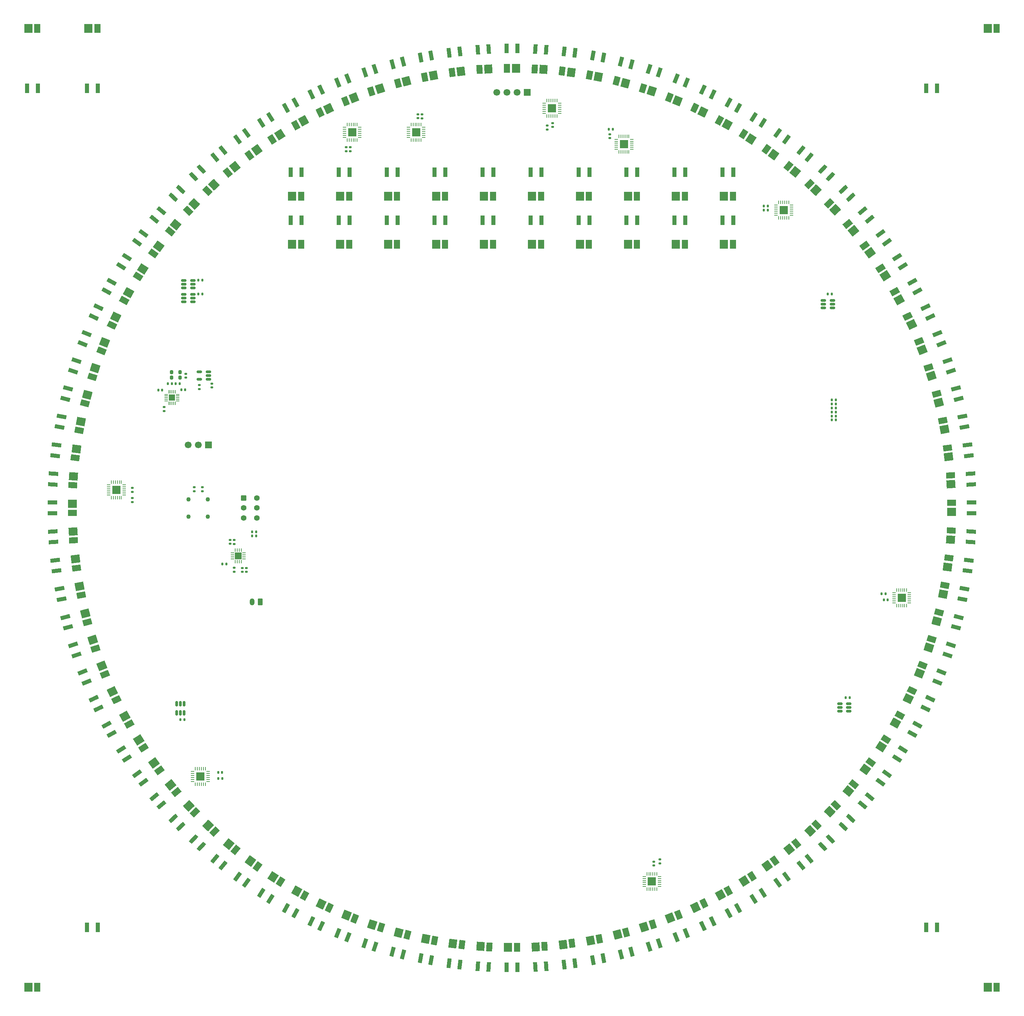
<source format=gbr>
%TF.GenerationSoftware,KiCad,Pcbnew,9.0.6*%
%TF.CreationDate,2025-12-09T15:20:41-08:00*%
%TF.ProjectId,RocSync_testing,526f6353-796e-4635-9f74-657374696e67,rev?*%
%TF.SameCoordinates,Original*%
%TF.FileFunction,Soldermask,Top*%
%TF.FilePolarity,Negative*%
%FSLAX46Y46*%
G04 Gerber Fmt 4.6, Leading zero omitted, Abs format (unit mm)*
G04 Created by KiCad (PCBNEW 9.0.6) date 2025-12-09 15:20:41*
%MOMM*%
%LPD*%
G01*
G04 APERTURE LIST*
G04 Aperture macros list*
%AMRoundRect*
0 Rectangle with rounded corners*
0 $1 Rounding radius*
0 $2 $3 $4 $5 $6 $7 $8 $9 X,Y pos of 4 corners*
0 Add a 4 corners polygon primitive as box body*
4,1,4,$2,$3,$4,$5,$6,$7,$8,$9,$2,$3,0*
0 Add four circle primitives for the rounded corners*
1,1,$1+$1,$2,$3*
1,1,$1+$1,$4,$5*
1,1,$1+$1,$6,$7*
1,1,$1+$1,$8,$9*
0 Add four rect primitives between the rounded corners*
20,1,$1+$1,$2,$3,$4,$5,0*
20,1,$1+$1,$4,$5,$6,$7,0*
20,1,$1+$1,$6,$7,$8,$9,0*
20,1,$1+$1,$8,$9,$2,$3,0*%
%AMRotRect*
0 Rectangle, with rotation*
0 The origin of the aperture is its center*
0 $1 length*
0 $2 width*
0 $3 Rotation angle, in degrees counterclockwise*
0 Add horizontal line*
21,1,$1,$2,0,0,$3*%
G04 Aperture macros list end*
%ADD10RoundRect,0.140000X-0.140000X-0.170000X0.140000X-0.170000X0.140000X0.170000X-0.140000X0.170000X0*%
%ADD11C,1.700000*%
%ADD12R,1.700000X1.700000*%
%ADD13R,1.650000X1.650000*%
%ADD14RoundRect,0.050000X-0.375000X0.050000X-0.375000X-0.050000X0.375000X-0.050000X0.375000X0.050000X0*%
%ADD15RoundRect,0.050000X-0.050000X0.375000X-0.050000X-0.375000X0.050000X-0.375000X0.050000X0.375000X0*%
%ADD16RotRect,1.000000X2.400000X244.800000*%
%ADD17R,1.500000X2.200000*%
%ADD18R,2.000000X2.200000*%
%ADD19RotRect,1.000000X2.400000X46.800000*%
%ADD20RotRect,1.000000X2.400000X61.200000*%
%ADD21RotRect,1.000000X2.400000X190.800000*%
%ADD22RotRect,1.000000X2.400000X309.600000*%
%ADD23RotRect,1.500000X2.200000X223.200000*%
%ADD24RotRect,2.000000X2.200000X223.200000*%
%ADD25RotRect,1.500000X2.200000X154.800000*%
%ADD26RotRect,2.000000X2.200000X154.800000*%
%ADD27RotRect,1.000000X2.400000X21.600000*%
%ADD28RoundRect,0.135000X-0.135000X-0.185000X0.135000X-0.185000X0.135000X0.185000X-0.135000X0.185000X0*%
%ADD29R,1.000000X2.400000*%
%ADD30RotRect,1.000000X2.400000X126.000000*%
%ADD31RotRect,1.500000X2.200000X244.800000*%
%ADD32RotRect,2.000000X2.200000X244.800000*%
%ADD33RotRect,1.000000X2.400000X10.800000*%
%ADD34RoundRect,0.150000X-0.512500X-0.150000X0.512500X-0.150000X0.512500X0.150000X-0.512500X0.150000X0*%
%ADD35RotRect,1.500000X2.200000X338.400000*%
%ADD36RotRect,2.000000X2.200000X338.400000*%
%ADD37RotRect,1.000000X2.400000X288.000000*%
%ADD38RoundRect,0.135000X0.135000X0.185000X-0.135000X0.185000X-0.135000X-0.185000X0.135000X-0.185000X0*%
%ADD39RotRect,1.500000X2.200000X14.400000*%
%ADD40RotRect,2.000000X2.200000X14.400000*%
%ADD41R,2.200000X1.500000*%
%ADD42R,2.200000X2.000000*%
%ADD43RotRect,1.000000X2.400000X216.000000*%
%ADD44RoundRect,0.062500X0.062500X-0.375000X0.062500X0.375000X-0.062500X0.375000X-0.062500X-0.375000X0*%
%ADD45RoundRect,0.062500X0.375000X-0.062500X0.375000X0.062500X-0.375000X0.062500X-0.375000X-0.062500X0*%
%ADD46R,2.100000X2.100000*%
%ADD47RotRect,1.000000X2.400000X316.800000*%
%ADD48RotRect,1.500000X2.200000X3.600000*%
%ADD49RotRect,2.000000X2.200000X3.600000*%
%ADD50RotRect,1.000000X2.400000X241.200000*%
%ADD51RoundRect,0.135000X0.185000X-0.135000X0.185000X0.135000X-0.185000X0.135000X-0.185000X-0.135000X0*%
%ADD52RoundRect,0.140000X-0.170000X0.140000X-0.170000X-0.140000X0.170000X-0.140000X0.170000X0.140000X0*%
%ADD53RotRect,1.000000X2.400000X183.600000*%
%ADD54RotRect,1.500000X2.200000X75.600000*%
%ADD55RotRect,2.000000X2.200000X75.600000*%
%ADD56RotRect,1.000000X2.400000X205.200000*%
%ADD57RoundRect,0.135000X-0.185000X0.135000X-0.185000X-0.135000X0.185000X-0.135000X0.185000X0.135000X0*%
%ADD58RotRect,1.000000X2.400000X140.400000*%
%ADD59RoundRect,0.062500X-0.062500X0.375000X-0.062500X-0.375000X0.062500X-0.375000X0.062500X0.375000X0*%
%ADD60RoundRect,0.062500X-0.375000X0.062500X-0.375000X-0.062500X0.375000X-0.062500X0.375000X0.062500X0*%
%ADD61RotRect,1.500000X2.200000X133.200000*%
%ADD62RotRect,2.000000X2.200000X133.200000*%
%ADD63RoundRect,0.062500X0.375000X0.062500X-0.375000X0.062500X-0.375000X-0.062500X0.375000X-0.062500X0*%
%ADD64RoundRect,0.062500X0.062500X0.375000X-0.062500X0.375000X-0.062500X-0.375000X0.062500X-0.375000X0*%
%ADD65RotRect,1.000000X2.400000X39.600000*%
%ADD66RotRect,1.500000X2.200000X280.800000*%
%ADD67RotRect,2.000000X2.200000X280.800000*%
%ADD68RotRect,1.000000X2.400000X352.800000*%
%ADD69RotRect,1.000000X2.400000X252.000000*%
%ADD70RotRect,1.500000X2.200000X158.400000*%
%ADD71RotRect,2.000000X2.200000X158.400000*%
%ADD72RotRect,1.000000X2.400000X208.800000*%
%ADD73RoundRect,0.140000X0.140000X0.170000X-0.140000X0.170000X-0.140000X-0.170000X0.140000X-0.170000X0*%
%ADD74RotRect,1.000000X2.400000X72.000000*%
%ADD75RotRect,1.500000X2.200000X298.800000*%
%ADD76RotRect,2.000000X2.200000X298.800000*%
%ADD77RotRect,1.500000X2.200000X54.000000*%
%ADD78RotRect,2.000000X2.200000X54.000000*%
%ADD79RotRect,1.000000X2.400000X248.400000*%
%ADD80RotRect,1.000000X2.400000X32.400000*%
%ADD81RotRect,1.500000X2.200000X115.200000*%
%ADD82RotRect,2.000000X2.200000X115.200000*%
%ADD83RotRect,1.000000X2.400000X338.400000*%
%ADD84RotRect,1.000000X2.400000X64.800000*%
%ADD85RotRect,1.000000X2.400000X219.600000*%
%ADD86RotRect,1.000000X2.400000X187.200000*%
%ADD87RotRect,1.500000X2.200000X7.200000*%
%ADD88RotRect,2.000000X2.200000X7.200000*%
%ADD89RotRect,1.000000X2.400000X273.600000*%
%ADD90RotRect,1.500000X2.200000X320.400000*%
%ADD91RotRect,2.000000X2.200000X320.400000*%
%ADD92RotRect,1.000000X2.400000X122.400000*%
%ADD93RotRect,1.500000X2.200000X72.000000*%
%ADD94RotRect,2.000000X2.200000X72.000000*%
%ADD95RotRect,1.500000X2.200000X237.600000*%
%ADD96RotRect,2.000000X2.200000X237.600000*%
%ADD97RotRect,1.000000X2.400000X255.600000*%
%ADD98RotRect,1.500000X2.200000X194.400000*%
%ADD99RotRect,2.000000X2.200000X194.400000*%
%ADD100RotRect,1.500000X2.200000X32.400000*%
%ADD101RotRect,2.000000X2.200000X32.400000*%
%ADD102RotRect,1.000000X2.400000X111.600000*%
%ADD103RoundRect,0.062500X0.062500X-0.350000X0.062500X0.350000X-0.062500X0.350000X-0.062500X-0.350000X0*%
%ADD104RoundRect,0.062500X0.350000X-0.062500X0.350000X0.062500X-0.350000X0.062500X-0.350000X-0.062500X0*%
%ADD105R,1.680000X1.680000*%
%ADD106RotRect,1.500000X2.200000X36.000000*%
%ADD107RotRect,2.000000X2.200000X36.000000*%
%ADD108RotRect,1.000000X2.400000X104.400000*%
%ADD109RotRect,1.500000X2.200000X104.400000*%
%ADD110RotRect,2.000000X2.200000X104.400000*%
%ADD111RotRect,1.000000X2.400000X100.800000*%
%ADD112RotRect,1.500000X2.200000X57.600000*%
%ADD113RotRect,2.000000X2.200000X57.600000*%
%ADD114RotRect,1.500000X2.200000X309.600000*%
%ADD115RotRect,2.000000X2.200000X309.600000*%
%ADD116RotRect,1.500000X2.200000X356.400000*%
%ADD117RotRect,2.000000X2.200000X356.400000*%
%ADD118RotRect,1.500000X2.200000X313.200000*%
%ADD119RotRect,2.000000X2.200000X313.200000*%
%ADD120RotRect,1.000000X2.400000X327.600000*%
%ADD121RotRect,1.000000X2.400000X57.600000*%
%ADD122RotRect,1.500000X2.200000X302.400000*%
%ADD123RotRect,2.000000X2.200000X302.400000*%
%ADD124RotRect,1.500000X2.200000X288.000000*%
%ADD125RotRect,2.000000X2.200000X288.000000*%
%ADD126RotRect,1.500000X2.200000X208.800000*%
%ADD127RotRect,2.000000X2.200000X208.800000*%
%ADD128RotRect,1.000000X2.400000X151.200000*%
%ADD129RotRect,1.500000X2.200000X187.200000*%
%ADD130RotRect,2.000000X2.200000X187.200000*%
%ADD131RotRect,1.000000X2.400000X262.800000*%
%ADD132RotRect,1.500000X2.200000X118.800000*%
%ADD133RotRect,2.000000X2.200000X118.800000*%
%ADD134RotRect,1.500000X2.200000X342.000000*%
%ADD135RotRect,2.000000X2.200000X342.000000*%
%ADD136RotRect,1.000000X2.400000X158.400000*%
%ADD137RotRect,1.000000X2.400000X298.800000*%
%ADD138RotRect,1.000000X2.400000X82.800000*%
%ADD139RotRect,1.500000X2.200000X284.400000*%
%ADD140RotRect,2.000000X2.200000X284.400000*%
%ADD141RotRect,1.000000X2.400000X230.400000*%
%ADD142RotRect,1.500000X2.200000X151.200000*%
%ADD143RotRect,2.000000X2.200000X151.200000*%
%ADD144RotRect,1.500000X2.200000X147.600000*%
%ADD145RotRect,2.000000X2.200000X147.600000*%
%ADD146RotRect,1.000000X2.400000X198.000000*%
%ADD147RoundRect,0.062500X-0.375000X-0.062500X0.375000X-0.062500X0.375000X0.062500X-0.375000X0.062500X0*%
%ADD148RoundRect,0.062500X-0.062500X-0.375000X0.062500X-0.375000X0.062500X0.375000X-0.062500X0.375000X0*%
%ADD149RotRect,1.500000X2.200000X18.000000*%
%ADD150RotRect,2.000000X2.200000X18.000000*%
%ADD151RotRect,1.500000X2.200000X100.800000*%
%ADD152RotRect,2.000000X2.200000X100.800000*%
%ADD153RotRect,1.500000X2.200000X144.000000*%
%ADD154RotRect,2.000000X2.200000X144.000000*%
%ADD155RotRect,1.500000X2.200000X234.000000*%
%ADD156RotRect,2.000000X2.200000X234.000000*%
%ADD157RotRect,1.000000X2.400000X302.400000*%
%ADD158RotRect,1.000000X2.400000X3.600000*%
%ADD159R,2.400000X1.000000*%
%ADD160RotRect,1.000000X2.400000X108.000000*%
%ADD161RotRect,1.500000X2.200000X108.000000*%
%ADD162RotRect,2.000000X2.200000X108.000000*%
%ADD163RotRect,1.000000X2.400000X75.600000*%
%ADD164RotRect,1.000000X2.400000X86.400000*%
%ADD165RotRect,1.000000X2.400000X25.200000*%
%ADD166RotRect,1.000000X2.400000X259.200000*%
%ADD167RotRect,1.000000X2.400000X169.200000*%
%ADD168RotRect,1.000000X2.400000X36.000000*%
%ADD169RotRect,1.000000X2.400000X147.600000*%
%ADD170RotRect,1.500000X2.200000X331.200000*%
%ADD171RotRect,2.000000X2.200000X331.200000*%
%ADD172RotRect,1.000000X2.400000X226.800000*%
%ADD173RotRect,1.500000X2.200000X129.600000*%
%ADD174RotRect,2.000000X2.200000X129.600000*%
%ADD175RotRect,1.000000X2.400000X194.400000*%
%ADD176RotRect,1.000000X2.400000X295.200000*%
%ADD177RoundRect,0.150000X0.512500X0.150000X-0.512500X0.150000X-0.512500X-0.150000X0.512500X-0.150000X0*%
%ADD178RotRect,1.500000X2.200000X327.600000*%
%ADD179RotRect,2.000000X2.200000X327.600000*%
%ADD180RotRect,1.500000X2.200000X295.200000*%
%ADD181RotRect,2.000000X2.200000X295.200000*%
%ADD182RotRect,1.500000X2.200000X82.800000*%
%ADD183RotRect,2.000000X2.200000X82.800000*%
%ADD184RotRect,1.500000X2.200000X39.600000*%
%ADD185RotRect,2.000000X2.200000X39.600000*%
%ADD186RotRect,1.500000X2.200000X316.800000*%
%ADD187RotRect,2.000000X2.200000X316.800000*%
%ADD188RotRect,1.500000X2.200000X79.200000*%
%ADD189RotRect,2.000000X2.200000X79.200000*%
%ADD190RotRect,1.500000X2.200000X306.000000*%
%ADD191RotRect,2.000000X2.200000X306.000000*%
%ADD192RotRect,1.000000X2.400000X291.600000*%
%ADD193RotRect,1.500000X2.200000X252.000000*%
%ADD194RotRect,2.000000X2.200000X252.000000*%
%ADD195RotRect,1.500000X2.200000X25.200000*%
%ADD196RotRect,2.000000X2.200000X25.200000*%
%ADD197RotRect,1.500000X2.200000X122.400000*%
%ADD198RotRect,2.000000X2.200000X122.400000*%
%ADD199RotRect,1.000000X2.400000X237.600000*%
%ADD200RotRect,1.500000X2.200000X64.800000*%
%ADD201RotRect,2.000000X2.200000X64.800000*%
%ADD202RotRect,1.500000X2.200000X230.400000*%
%ADD203RotRect,2.000000X2.200000X230.400000*%
%ADD204RotRect,1.000000X2.400000X356.400000*%
%ADD205RotRect,1.000000X2.400000X284.400000*%
%ADD206RotRect,1.500000X2.200000X165.600000*%
%ADD207RotRect,2.000000X2.200000X165.600000*%
%ADD208RotRect,1.500000X2.200000X248.400000*%
%ADD209RotRect,2.000000X2.200000X248.400000*%
%ADD210RotRect,1.500000X2.200000X226.800000*%
%ADD211RotRect,2.000000X2.200000X226.800000*%
%ADD212RotRect,1.000000X2.400000X320.400000*%
%ADD213RotRect,1.000000X2.400000X133.200000*%
%ADD214RoundRect,0.140000X0.170000X-0.140000X0.170000X0.140000X-0.170000X0.140000X-0.170000X-0.140000X0*%
%ADD215RotRect,1.500000X2.200000X324.000000*%
%ADD216RotRect,2.000000X2.200000X324.000000*%
%ADD217RotRect,1.500000X2.200000X50.400000*%
%ADD218RotRect,2.000000X2.200000X50.400000*%
%ADD219RotRect,1.000000X2.400000X165.600000*%
%ADD220RotRect,1.500000X2.200000X162.000000*%
%ADD221RotRect,2.000000X2.200000X162.000000*%
%ADD222RotRect,1.000000X2.400000X28.800000*%
%ADD223RotRect,1.500000X2.200000X176.400000*%
%ADD224RotRect,2.000000X2.200000X176.400000*%
%ADD225RotRect,1.500000X2.200000X255.600000*%
%ADD226RotRect,2.000000X2.200000X255.600000*%
%ADD227RotRect,1.000000X2.400000X154.800000*%
%ADD228RotRect,1.500000X2.200000X61.200000*%
%ADD229RotRect,2.000000X2.200000X61.200000*%
%ADD230RotRect,1.500000X2.200000X219.600000*%
%ADD231RotRect,2.000000X2.200000X219.600000*%
%ADD232RotRect,1.000000X2.400000X234.000000*%
%ADD233RotRect,1.500000X2.200000X46.800000*%
%ADD234RotRect,2.000000X2.200000X46.800000*%
%ADD235RotRect,1.500000X2.200000X97.200000*%
%ADD236RotRect,2.000000X2.200000X97.200000*%
%ADD237RotRect,1.000000X2.400000X93.600000*%
%ADD238RotRect,1.500000X2.200000X334.800000*%
%ADD239RotRect,2.000000X2.200000X334.800000*%
%ADD240RotRect,1.000000X2.400000X54.000000*%
%ADD241RotRect,1.500000X2.200000X86.400000*%
%ADD242RotRect,2.000000X2.200000X86.400000*%
%ADD243RotRect,1.500000X2.200000X201.600000*%
%ADD244RotRect,2.000000X2.200000X201.600000*%
%ADD245RotRect,1.000000X2.400000X201.600000*%
%ADD246RotRect,1.500000X2.200000X259.200000*%
%ADD247RotRect,2.000000X2.200000X259.200000*%
%ADD248RotRect,1.500000X2.200000X349.200000*%
%ADD249RotRect,2.000000X2.200000X349.200000*%
%ADD250RotRect,1.000000X2.400000X68.400000*%
%ADD251RotRect,1.000000X2.400000X306.000000*%
%ADD252RotRect,1.500000X2.200000X140.400000*%
%ADD253RotRect,2.000000X2.200000X140.400000*%
%ADD254RotRect,1.500000X2.200000X345.600000*%
%ADD255RotRect,2.000000X2.200000X345.600000*%
%ADD256RotRect,1.500000X2.200000X43.200000*%
%ADD257RotRect,2.000000X2.200000X43.200000*%
%ADD258RotRect,1.500000X2.200000X241.200000*%
%ADD259RotRect,2.000000X2.200000X241.200000*%
%ADD260RotRect,1.500000X2.200000X212.400000*%
%ADD261RotRect,2.000000X2.200000X212.400000*%
%ADD262RotRect,1.000000X2.400000X14.400000*%
%ADD263RotRect,1.000000X2.400000X79.200000*%
%ADD264RotRect,1.500000X2.200000X205.200000*%
%ADD265RotRect,2.000000X2.200000X205.200000*%
%ADD266RotRect,1.000000X2.400000X144.000000*%
%ADD267RoundRect,0.150000X-0.150000X0.512500X-0.150000X-0.512500X0.150000X-0.512500X0.150000X0.512500X0*%
%ADD268RotRect,1.500000X2.200000X93.600000*%
%ADD269RotRect,2.000000X2.200000X93.600000*%
%ADD270RotRect,1.000000X2.400000X313.200000*%
%ADD271RotRect,1.500000X2.200000X183.600000*%
%ADD272RotRect,2.000000X2.200000X183.600000*%
%ADD273RotRect,1.500000X2.200000X172.800000*%
%ADD274RotRect,2.000000X2.200000X172.800000*%
%ADD275RotRect,1.500000X2.200000X28.800000*%
%ADD276RotRect,2.000000X2.200000X28.800000*%
%ADD277RotRect,1.500000X2.200000X198.000000*%
%ADD278RotRect,2.000000X2.200000X198.000000*%
%ADD279RotRect,1.000000X2.400000X43.200000*%
%ADD280RotRect,1.000000X2.400000X176.400000*%
%ADD281RotRect,1.000000X2.400000X172.800000*%
%ADD282RotRect,1.000000X2.400000X18.000000*%
%ADD283RotRect,1.500000X2.200000X216.000000*%
%ADD284RotRect,2.000000X2.200000X216.000000*%
%ADD285RotRect,1.000000X2.400000X162.000000*%
%ADD286RotRect,1.000000X2.400000X129.600000*%
%ADD287RotRect,1.000000X2.400000X280.800000*%
%ADD288RotRect,1.000000X2.400000X97.200000*%
%ADD289RotRect,1.500000X2.200000X273.600000*%
%ADD290RotRect,2.000000X2.200000X273.600000*%
%ADD291RotRect,1.000000X2.400000X115.200000*%
%ADD292RotRect,1.500000X2.200000X277.200000*%
%ADD293RotRect,2.000000X2.200000X277.200000*%
%ADD294RotRect,1.000000X2.400000X331.200000*%
%ADD295RotRect,1.500000X2.200000X352.800000*%
%ADD296RotRect,2.000000X2.200000X352.800000*%
%ADD297RotRect,1.000000X2.400000X266.400000*%
%ADD298RotRect,1.500000X2.200000X68.400000*%
%ADD299RotRect,2.000000X2.200000X68.400000*%
%ADD300RotRect,1.000000X2.400000X277.200000*%
%ADD301RotRect,1.000000X2.400000X345.600000*%
%ADD302RotRect,1.500000X2.200000X10.800000*%
%ADD303RotRect,2.000000X2.200000X10.800000*%
%ADD304RotRect,1.500000X2.200000X262.800000*%
%ADD305RotRect,2.000000X2.200000X262.800000*%
%ADD306RotRect,1.000000X2.400000X7.200000*%
%ADD307RotRect,1.000000X2.400000X349.200000*%
%ADD308RotRect,1.000000X2.400000X324.000000*%
%ADD309RotRect,1.500000X2.200000X126.000000*%
%ADD310RotRect,2.000000X2.200000X126.000000*%
%ADD311RotRect,1.000000X2.400000X118.800000*%
%ADD312RotRect,1.500000X2.200000X21.600000*%
%ADD313RotRect,2.000000X2.200000X21.600000*%
%ADD314RotRect,1.000000X2.400000X212.400000*%
%ADD315RotRect,1.000000X2.400000X50.400000*%
%ADD316RotRect,1.000000X2.400000X334.800000*%
%ADD317RotRect,1.500000X2.200000X136.800000*%
%ADD318RotRect,2.000000X2.200000X136.800000*%
%ADD319RotRect,1.500000X2.200000X291.600000*%
%ADD320RotRect,2.000000X2.200000X291.600000*%
%ADD321RotRect,1.500000X2.200000X111.600000*%
%ADD322RotRect,2.000000X2.200000X111.600000*%
%ADD323RotRect,1.000000X2.400000X342.000000*%
%ADD324RotRect,1.500000X2.200000X266.400000*%
%ADD325RotRect,2.000000X2.200000X266.400000*%
%ADD326RotRect,1.000000X2.400000X223.200000*%
%ADD327RoundRect,0.200000X-0.200000X0.300000X-0.200000X-0.300000X0.200000X-0.300000X0.200000X0.300000X0*%
%ADD328RotRect,1.500000X2.200000X169.200000*%
%ADD329RotRect,2.000000X2.200000X169.200000*%
%ADD330RotRect,1.500000X2.200000X190.800000*%
%ADD331RotRect,2.000000X2.200000X190.800000*%
%ADD332RotRect,1.000000X2.400000X136.800000*%
%ADD333RoundRect,0.250000X-0.450000X0.450000X-0.450000X-0.450000X0.450000X-0.450000X0.450000X0.450000X0*%
%ADD334C,1.400000*%
%ADD335RoundRect,0.250000X0.350000X0.625000X-0.350000X0.625000X-0.350000X-0.625000X0.350000X-0.625000X0*%
%ADD336O,1.200000X1.750000*%
%ADD337C,1.100000*%
G04 APERTURE END LIST*
D10*
%TO.C,C19*%
X205990000Y-103000000D03*
X205030000Y-103000000D03*
%TD*%
D11*
%TO.C,J3*%
X43960000Y-109250000D03*
X46500000Y-109250000D03*
D12*
X49040000Y-109250000D03*
%TD*%
D13*
%TO.C,U2*%
X39925000Y-97400000D03*
D14*
X41375000Y-96600000D03*
X41375000Y-97000000D03*
X41375000Y-97400000D03*
X41375000Y-97800000D03*
X41375000Y-98200000D03*
D15*
X40725000Y-98850000D03*
X40325000Y-98850000D03*
X39925000Y-98850000D03*
X39525000Y-98850000D03*
X39125000Y-98850000D03*
D14*
X38475000Y-98200000D03*
X38475000Y-97800000D03*
X38475000Y-97400000D03*
X38475000Y-97000000D03*
X38475000Y-96600000D03*
D15*
X39125000Y-95950000D03*
X39525000Y-95950000D03*
X39925000Y-95950000D03*
X40325000Y-95950000D03*
X40725000Y-95950000D03*
%TD*%
D12*
%TO.C,J4*%
X128810000Y-21000000D03*
D11*
X126270000Y-21000000D03*
X123730000Y-21000000D03*
X121190000Y-21000000D03*
%TD*%
D16*
%TO.C,D19*%
X21519690Y-74813864D03*
X20370086Y-77256898D03*
%TD*%
D17*
%TO.C,D218*%
X156250000Y-47000000D03*
D18*
X154000000Y-47000000D03*
%TD*%
D19*
%TO.C,D64*%
X207907253Y-204707025D03*
X209755531Y-202738809D03*
%TD*%
D20*
%TO.C,D68*%
X225124901Y-181584686D03*
X226425635Y-179218658D03*
%TD*%
D21*
%TO.C,D4*%
X104777236Y-11784001D03*
X102125060Y-12289931D03*
%TD*%
D22*
%TO.C,D37*%
X35530455Y-197263565D03*
X37251499Y-199343951D03*
%TD*%
D23*
%TO.C,D113*%
X48788607Y-45669134D03*
D24*
X50428787Y-44128903D03*
%TD*%
D25*
%TO.C,D194*%
X170704688Y-24936800D03*
D26*
X172740549Y-25894803D03*
%TD*%
D27*
%TO.C,D57*%
X166079125Y-232421263D03*
X168589521Y-231427327D03*
%TD*%
D28*
%TO.C,R23*%
X205000000Y-100000000D03*
X206020000Y-100000000D03*
%TD*%
D17*
%TO.C,D236*%
X132250000Y-59000000D03*
D18*
X130000000Y-59000000D03*
%TD*%
D17*
%TO.C,D217*%
X144250000Y-47000000D03*
D18*
X142000000Y-47000000D03*
%TD*%
D29*
%TO.C,D222*%
X81650000Y-53000000D03*
X84350000Y-53000000D03*
%TD*%
D30*
%TO.C,D86*%
X218830464Y-58496868D03*
X217243444Y-56312522D03*
%TD*%
D31*
%TO.C,D119*%
X24936800Y-79295311D03*
D32*
X25894803Y-77259450D03*
%TD*%
D33*
%TO.C,D54*%
X145222763Y-238215998D03*
X147874939Y-237710068D03*
%TD*%
D34*
%TO.C,U15*%
X42862500Y-68050000D03*
X42862500Y-69000000D03*
X42862500Y-69950000D03*
X45137500Y-69950000D03*
X45137500Y-69000000D03*
X45137500Y-68050000D03*
%TD*%
D35*
%TO.C,D145*%
X85668520Y-227735569D03*
D36*
X83576523Y-226907288D03*
%TD*%
D37*
%TO.C,D31*%
X15211327Y-159253028D03*
X16045673Y-161820880D03*
%TD*%
D28*
%TO.C,R38*%
X149240000Y-30250000D03*
X150260000Y-30250000D03*
%TD*%
D17*
%TO.C,D220*%
X180250000Y-47000000D03*
D18*
X178000000Y-47000000D03*
%TD*%
D38*
%TO.C,R9*%
X52510000Y-192700000D03*
X51490000Y-192700000D03*
%TD*%
D29*
%TO.C,D51*%
X123649999Y-240000000D03*
X126349999Y-240000000D03*
%TD*%
D17*
%TO.C,D239*%
X168250000Y-59000000D03*
D18*
X166000000Y-59000000D03*
%TD*%
D29*
%TO.C,D230*%
X177650000Y-53000000D03*
X180350000Y-53000000D03*
%TD*%
D39*
%TO.C,D155*%
X153566616Y-231233285D03*
D40*
X151387304Y-231792837D03*
%TD*%
D41*
%TO.C,D176*%
X235000000Y-123750000D03*
D42*
X235000000Y-126000000D03*
%TD*%
D43*
%TO.C,D11*%
X58496868Y-31169535D03*
X56312522Y-32756555D03*
%TD*%
D17*
%TO.C,D219*%
X168250000Y-47000000D03*
D18*
X166000000Y-47000000D03*
%TD*%
D17*
%TO.C,D213*%
X96250000Y-47000000D03*
D18*
X94000000Y-47000000D03*
%TD*%
D28*
%TO.C,R4*%
X52490000Y-139000000D03*
X53510000Y-139000000D03*
%TD*%
D29*
%TO.C,D272*%
X18650000Y-230000000D03*
X21350000Y-230000000D03*
%TD*%
D44*
%TO.C,U8*%
X191750000Y-52437500D03*
X192250000Y-52437500D03*
X192750000Y-52437500D03*
X193250000Y-52437500D03*
X193750000Y-52437500D03*
X194250000Y-52437500D03*
D45*
X194937500Y-51750000D03*
X194937500Y-51250000D03*
X194937500Y-50750000D03*
X194937500Y-50250000D03*
X194937500Y-49750000D03*
X194937500Y-49250000D03*
D44*
X194250000Y-48562500D03*
X193750000Y-48562500D03*
X193250000Y-48562500D03*
X192750000Y-48562500D03*
X192250000Y-48562500D03*
X191750000Y-48562500D03*
D45*
X191062500Y-49250000D03*
X191062500Y-49750000D03*
X191062500Y-50250000D03*
X191062500Y-50750000D03*
X191062500Y-51250000D03*
X191062500Y-51750000D03*
D46*
X193000000Y-50500000D03*
%TD*%
D47*
%TO.C,D39*%
X45292974Y-207907253D03*
X47261190Y-209755531D03*
%TD*%
D48*
%TO.C,D152*%
X133154490Y-234704452D03*
D49*
X130908930Y-234845731D03*
%TD*%
D50*
%TO.C,D18*%
X24875098Y-68415313D03*
X23574364Y-70781341D03*
%TD*%
D51*
%TO.C,R7*%
X83500000Y-35760000D03*
X83500000Y-34740000D03*
%TD*%
D17*
%TO.C,D269*%
X246250000Y-245000000D03*
D18*
X244000000Y-245000000D03*
%TD*%
D52*
%TO.C,C6*%
X101500000Y-26520000D03*
X101500000Y-27480000D03*
%TD*%
D53*
%TO.C,D2*%
X119126426Y-10142159D03*
X116431754Y-10311693D03*
%TD*%
D54*
%TO.C,D172*%
X231855009Y-151145158D03*
D55*
X231295457Y-153324470D03*
%TD*%
D56*
%TO.C,D8*%
X77256898Y-20370086D03*
X74813864Y-21519690D03*
%TD*%
D57*
%TO.C,R3*%
X55500000Y-132990000D03*
X55500000Y-134010000D03*
%TD*%
D29*
%TO.C,D201*%
X69650000Y-41000000D03*
X72350000Y-41000000D03*
%TD*%
D52*
%TO.C,C3*%
X58500000Y-140020000D03*
X58500000Y-140980000D03*
%TD*%
D58*
%TO.C,D90*%
X199343951Y-37251499D03*
X197263565Y-35530455D03*
%TD*%
D29*
%TO.C,D268*%
X228650000Y-20000000D03*
X231350000Y-20000000D03*
%TD*%
D59*
%TO.C,U4*%
X27250000Y-118562500D03*
X26750000Y-118562500D03*
X26250000Y-118562500D03*
X25750000Y-118562500D03*
X25250000Y-118562500D03*
X24750000Y-118562500D03*
D60*
X24062500Y-119250000D03*
X24062500Y-119750000D03*
X24062500Y-120250000D03*
X24062500Y-120750000D03*
X24062500Y-121250000D03*
X24062500Y-121750000D03*
D59*
X24750000Y-122437500D03*
X25250000Y-122437500D03*
X25750000Y-122437500D03*
X26250000Y-122437500D03*
X26750000Y-122437500D03*
X27250000Y-122437500D03*
D60*
X27937500Y-121750000D03*
X27937500Y-121250000D03*
X27937500Y-120750000D03*
X27937500Y-120250000D03*
X27937500Y-119750000D03*
X27937500Y-119250000D03*
D46*
X26000000Y-120500000D03*
%TD*%
D29*
%TO.C,D226*%
X129650000Y-53000000D03*
X132350000Y-53000000D03*
%TD*%
%TO.C,D202*%
X81650000Y-41000000D03*
X84350000Y-41000000D03*
%TD*%
D61*
%TO.C,D188*%
X204330865Y-48788607D03*
D62*
X205871096Y-50428787D03*
%TD*%
D29*
%TO.C,D274*%
X3650000Y-20000000D03*
X6350000Y-20000000D03*
%TD*%
D63*
%TO.C,U3*%
X86937500Y-32250000D03*
X86937500Y-31750000D03*
X86937500Y-31250000D03*
X86937500Y-30750000D03*
X86937500Y-30250000D03*
X86937500Y-29750000D03*
D64*
X86250000Y-29062500D03*
X85750000Y-29062500D03*
X85250000Y-29062500D03*
X84750000Y-29062500D03*
X84250000Y-29062500D03*
X83750000Y-29062500D03*
D63*
X83062500Y-29750000D03*
X83062500Y-30250000D03*
X83062500Y-30750000D03*
X83062500Y-31250000D03*
X83062500Y-31750000D03*
X83062500Y-32250000D03*
D64*
X83750000Y-32937500D03*
X84250000Y-32937500D03*
X84750000Y-32937500D03*
X85250000Y-32937500D03*
X85750000Y-32937500D03*
X86250000Y-32937500D03*
D46*
X85000000Y-31000000D03*
%TD*%
D17*
%TO.C,D273*%
X6250000Y-5000000D03*
D18*
X4000000Y-5000000D03*
%TD*%
D65*
%TO.C,D62*%
X197263565Y-214469544D03*
X199343951Y-212748500D03*
%TD*%
D29*
%TO.C,D228*%
X153650000Y-53000000D03*
X156350000Y-53000000D03*
%TD*%
D66*
%TO.C,D129*%
X17182629Y-146839803D03*
D67*
X16761021Y-144629657D03*
%TD*%
D68*
%TO.C,D49*%
X109247323Y-238923990D03*
X111926033Y-239262390D03*
%TD*%
D69*
%TO.C,D21*%
X16045673Y-88179119D03*
X15211327Y-90746971D03*
%TD*%
D70*
%TO.C,D195*%
X164331479Y-22264430D03*
D71*
X166423476Y-23092711D03*
%TD*%
D72*
%TO.C,D9*%
X70781341Y-23574364D03*
X68415313Y-24875098D03*
%TD*%
D73*
%TO.C,C10*%
X52480000Y-191200000D03*
X51520000Y-191200000D03*
%TD*%
D74*
%TO.C,D71*%
X233954326Y-161820880D03*
X234788672Y-159253028D03*
%TD*%
D17*
%TO.C,D233*%
X96250000Y-59000000D03*
D18*
X94000000Y-59000000D03*
%TD*%
D38*
%TO.C,R26*%
X39885000Y-93950000D03*
X38865000Y-93950000D03*
%TD*%
D75*
%TO.C,D134*%
X29208457Y-179088287D03*
D76*
X28124511Y-177116597D03*
%TD*%
D29*
%TO.C,D210*%
X177650000Y-41000000D03*
X180350000Y-41000000D03*
%TD*%
D77*
%TO.C,D166*%
X214726601Y-188645106D03*
D78*
X213404084Y-190465394D03*
%TD*%
D79*
%TO.C,D20*%
X18572672Y-81410478D03*
X17578736Y-83920874D03*
%TD*%
D80*
%TO.C,D60*%
X185480238Y-222821077D03*
X187759924Y-221374345D03*
%TD*%
D81*
%TO.C,D183*%
X223998751Y-77033243D03*
D82*
X224956754Y-79069104D03*
%TD*%
D83*
%TO.C,D45*%
X81410478Y-231427327D03*
X83920874Y-232421263D03*
%TD*%
D84*
%TO.C,D69*%
X228480309Y-175186135D03*
X229629913Y-172743101D03*
%TD*%
D85*
%TO.C,D12*%
X52736434Y-35530455D03*
X50656048Y-37251499D03*
%TD*%
D86*
%TO.C,D3*%
X111926033Y-10737609D03*
X109247323Y-11076009D03*
%TD*%
D87*
%TO.C,D153*%
X140026798Y-233975949D03*
D88*
X137794540Y-234257950D03*
%TD*%
D28*
%TO.C,R25*%
X46490000Y-68000000D03*
X47510000Y-68000000D03*
%TD*%
D89*
%TO.C,D27*%
X10142159Y-130873573D03*
X10311693Y-133568245D03*
%TD*%
D90*
%TO.C,D140*%
X55846503Y-210553236D03*
D91*
X54112848Y-209119032D03*
%TD*%
D92*
%TO.C,D85*%
X222821077Y-64519761D03*
X221374345Y-62240075D03*
%TD*%
D63*
%TO.C,U9*%
X136937500Y-26250000D03*
X136937500Y-25750000D03*
X136937500Y-25250000D03*
X136937500Y-24750000D03*
X136937500Y-24250000D03*
X136937500Y-23750000D03*
D64*
X136250000Y-23062500D03*
X135750000Y-23062500D03*
X135250000Y-23062500D03*
X134750000Y-23062500D03*
X134250000Y-23062500D03*
X133750000Y-23062500D03*
D63*
X133062500Y-23750000D03*
X133062500Y-24250000D03*
X133062500Y-24750000D03*
X133062500Y-25250000D03*
X133062500Y-25750000D03*
X133062500Y-26250000D03*
D64*
X133750000Y-26937500D03*
X134250000Y-26937500D03*
X134750000Y-26937500D03*
X135250000Y-26937500D03*
X135750000Y-26937500D03*
X136250000Y-26937500D03*
D46*
X135000000Y-25000000D03*
%TD*%
D10*
%TO.C,C18*%
X40875000Y-93950000D03*
X41835000Y-93950000D03*
%TD*%
%TO.C,C12*%
X218020000Y-148000000D03*
X218980000Y-148000000D03*
%TD*%
D93*
%TO.C,D171*%
X230002487Y-157803048D03*
D94*
X229307199Y-159942926D03*
%TD*%
D41*
%TO.C,D126*%
X15000000Y-126250000D03*
D42*
X15000000Y-124000000D03*
%TD*%
D95*
%TO.C,D117*%
X31454145Y-67114462D03*
D96*
X32659755Y-65214724D03*
%TD*%
D97*
%TO.C,D22*%
X13948667Y-95093075D03*
X13277205Y-97708249D03*
%TD*%
D98*
%TO.C,D105*%
X96433383Y-18766714D03*
D99*
X98612695Y-18207162D03*
%TD*%
D100*
%TO.C,D160*%
X184996357Y-217206288D03*
D101*
X183096619Y-218411898D03*
%TD*%
D102*
%TO.C,D82*%
X232421263Y-83920874D03*
X231427327Y-81410478D03*
%TD*%
D52*
%TO.C,C11*%
X160500000Y-213520000D03*
X160500000Y-214480000D03*
%TD*%
D103*
%TO.C,U1*%
X55750000Y-138462500D03*
X56250000Y-138462500D03*
X56750000Y-138462500D03*
X57250000Y-138462500D03*
D104*
X57962500Y-137750000D03*
X57962500Y-137250000D03*
X57962500Y-136750000D03*
X57962500Y-136250000D03*
D103*
X57250000Y-135537500D03*
X56750000Y-135537500D03*
X56250000Y-135537500D03*
X55750000Y-135537500D03*
D104*
X55037500Y-136250000D03*
X55037500Y-136750000D03*
X55037500Y-137250000D03*
X55037500Y-137750000D03*
D105*
X56500000Y-137000000D03*
%TD*%
D106*
%TO.C,D161*%
X190667648Y-213257137D03*
D107*
X188847360Y-214579654D03*
%TD*%
D108*
%TO.C,D80*%
X236722794Y-97708249D03*
X236051332Y-95093075D03*
%TD*%
D29*
%TO.C,D266*%
X18650000Y-20000000D03*
X21350000Y-20000000D03*
%TD*%
D109*
%TO.C,D180*%
X231233285Y-96433383D03*
D110*
X231792837Y-98612695D03*
%TD*%
D111*
%TO.C,D79*%
X238215998Y-104777236D03*
X237710068Y-102125060D03*
%TD*%
D112*
%TO.C,D167*%
X218545854Y-182885537D03*
D113*
X217340244Y-184785275D03*
%TD*%
D114*
%TO.C,D137*%
X41040323Y-196079780D03*
D115*
X39606119Y-194346125D03*
%TD*%
D52*
%TO.C,C29*%
X149500000Y-31520000D03*
X149500000Y-32480000D03*
%TD*%
%TO.C,C14*%
X135200000Y-28720000D03*
X135200000Y-29680000D03*
%TD*%
D116*
%TO.C,D150*%
X119340575Y-234861428D03*
D117*
X117095015Y-234720149D03*
%TD*%
D118*
%TO.C,D138*%
X45669134Y-201211392D03*
D119*
X44128903Y-199571212D03*
%TD*%
D120*
%TO.C,D42*%
X62240075Y-221374345D03*
X64519761Y-222821077D03*
%TD*%
D121*
%TO.C,D67*%
X221374345Y-187759924D03*
X222821077Y-185480238D03*
%TD*%
D122*
%TO.C,D135*%
X32793711Y-184996357D03*
D123*
X31588101Y-183096619D03*
%TD*%
D124*
%TO.C,D131*%
X20770054Y-160180690D03*
D125*
X20074766Y-158040812D03*
%TD*%
D51*
%TO.C,R13*%
X133800000Y-30310000D03*
X133800000Y-29290000D03*
%TD*%
D126*
%TO.C,D109*%
X70911712Y-29208457D03*
D127*
X72883402Y-28124511D03*
%TD*%
D128*
%TO.C,D93*%
X181584686Y-24875098D03*
X179218658Y-23574364D03*
%TD*%
D129*
%TO.C,D103*%
X109973201Y-16024050D03*
D130*
X112205459Y-15742049D03*
%TD*%
D131*
%TO.C,D24*%
X11076009Y-109247323D03*
X10737609Y-111926033D03*
%TD*%
D29*
%TO.C,D223*%
X93650000Y-53000000D03*
X96350000Y-53000000D03*
%TD*%
D132*
%TO.C,D184*%
X220791542Y-70911712D03*
D133*
X221875488Y-72883402D03*
%TD*%
D134*
%TO.C,D146*%
X92196951Y-230002487D03*
D135*
X90057073Y-229307199D03*
%TD*%
D38*
%TO.C,R17*%
X209510000Y-172500000D03*
X208490000Y-172500000D03*
%TD*%
D28*
%TO.C,R19*%
X59990000Y-131000000D03*
X61010000Y-131000000D03*
%TD*%
%TO.C,R22*%
X205000000Y-99000000D03*
X206020000Y-99000000D03*
%TD*%
D136*
%TO.C,D95*%
X168589521Y-18572672D03*
X166079125Y-17578736D03*
%TD*%
D57*
%TO.C,R10*%
X162000000Y-212990000D03*
X162000000Y-214010000D03*
%TD*%
D137*
%TO.C,D34*%
X23574364Y-179218658D03*
X24875098Y-181584686D03*
%TD*%
D138*
%TO.C,D74*%
X238923990Y-140752676D03*
X239262390Y-138073966D03*
%TD*%
D139*
%TO.C,D130*%
X18766714Y-153566616D03*
D140*
X18207162Y-151387304D03*
%TD*%
D29*
%TO.C,D270*%
X228650000Y-230000000D03*
X231350000Y-230000000D03*
%TD*%
D141*
%TO.C,D15*%
X37251499Y-50656048D03*
X35530455Y-52736434D03*
%TD*%
D142*
%TO.C,D193*%
X176897521Y-28004073D03*
D143*
X178869211Y-29088019D03*
%TD*%
D144*
%TO.C,D192*%
X182885537Y-31454145D03*
D145*
X184785275Y-32659755D03*
%TD*%
D146*
%TO.C,D6*%
X90746971Y-15211327D03*
X88179119Y-16045673D03*
%TD*%
D29*
%TO.C,D227*%
X141650000Y-53000000D03*
X144350000Y-53000000D03*
%TD*%
D147*
%TO.C,U6*%
X158062500Y-217250000D03*
X158062500Y-217750000D03*
X158062500Y-218250000D03*
X158062500Y-218750000D03*
X158062500Y-219250000D03*
X158062500Y-219750000D03*
D148*
X158750000Y-220437500D03*
X159250000Y-220437500D03*
X159750000Y-220437500D03*
X160250000Y-220437500D03*
X160750000Y-220437500D03*
X161250000Y-220437500D03*
D147*
X161937500Y-219750000D03*
X161937500Y-219250000D03*
X161937500Y-218750000D03*
X161937500Y-218250000D03*
X161937500Y-217750000D03*
X161937500Y-217250000D03*
D148*
X161250000Y-216562500D03*
X160750000Y-216562500D03*
X160250000Y-216562500D03*
X159750000Y-216562500D03*
X159250000Y-216562500D03*
X158750000Y-216562500D03*
D46*
X160000000Y-218500000D03*
%TD*%
D29*
%TO.C,D229*%
X165650000Y-53000000D03*
X168350000Y-53000000D03*
%TD*%
D57*
%TO.C,R20*%
X38000000Y-99740000D03*
X38000000Y-100760000D03*
%TD*%
D17*
%TO.C,D211*%
X72250000Y-47000000D03*
D18*
X70000000Y-47000000D03*
%TD*%
D149*
%TO.C,D156*%
X160180690Y-229229945D03*
D150*
X158040812Y-229925233D03*
%TD*%
D151*
%TO.C,D179*%
X232817370Y-103160196D03*
D152*
X233238978Y-105370342D03*
%TD*%
D153*
%TO.C,D191*%
X188645106Y-35273398D03*
D154*
X190465394Y-36595915D03*
%TD*%
D44*
%TO.C,U7*%
X221250000Y-149437500D03*
X221750000Y-149437500D03*
X222250000Y-149437500D03*
X222750000Y-149437500D03*
X223250000Y-149437500D03*
X223750000Y-149437500D03*
D45*
X224437500Y-148750000D03*
X224437500Y-148250000D03*
X224437500Y-147750000D03*
X224437500Y-147250000D03*
X224437500Y-146750000D03*
X224437500Y-146250000D03*
D44*
X223750000Y-145562500D03*
X223250000Y-145562500D03*
X222750000Y-145562500D03*
X222250000Y-145562500D03*
X221750000Y-145562500D03*
X221250000Y-145562500D03*
D45*
X220562500Y-146250000D03*
X220562500Y-146750000D03*
X220562500Y-147250000D03*
X220562500Y-147750000D03*
X220562500Y-148250000D03*
X220562500Y-148750000D03*
D46*
X222500000Y-147500000D03*
%TD*%
D17*
%TO.C,D234*%
X108250000Y-59000000D03*
D18*
X106000000Y-59000000D03*
%TD*%
D155*
%TO.C,D116*%
X35273398Y-61354893D03*
D156*
X36595915Y-59534605D03*
%TD*%
D157*
%TO.C,D35*%
X27178922Y-185480238D03*
X28625654Y-187759924D03*
%TD*%
D158*
%TO.C,D52*%
X130873573Y-239857840D03*
X133568245Y-239688306D03*
%TD*%
D159*
%TO.C,D26*%
X10000000Y-123650000D03*
X10000000Y-126350000D03*
%TD*%
D17*
%TO.C,D232*%
X84250000Y-59000000D03*
D18*
X82000000Y-59000000D03*
%TD*%
D160*
%TO.C,D81*%
X234788672Y-90746971D03*
X233954326Y-88179119D03*
%TD*%
D17*
%TO.C,D101*%
X123750000Y-15000000D03*
D18*
X126000000Y-15000000D03*
%TD*%
D161*
%TO.C,D181*%
X229229945Y-89819309D03*
D162*
X229925233Y-91959187D03*
%TD*%
D29*
%TO.C,D221*%
X69650000Y-53000000D03*
X72350000Y-53000000D03*
%TD*%
D163*
%TO.C,D72*%
X236051332Y-154906924D03*
X236722794Y-152291750D03*
%TD*%
D164*
%TO.C,D75*%
X239688306Y-133568245D03*
X239857840Y-130873573D03*
%TD*%
D29*
%TO.C,D224*%
X105650000Y-53000000D03*
X108350000Y-53000000D03*
%TD*%
D52*
%TO.C,C16*%
X46750000Y-94270000D03*
X46750000Y-95230000D03*
%TD*%
D165*
%TO.C,D58*%
X172743101Y-229629913D03*
X175186135Y-228480309D03*
%TD*%
D166*
%TO.C,D23*%
X12289931Y-102125060D03*
X11784001Y-104777236D03*
%TD*%
D38*
%TO.C,R18*%
X43010000Y-178000000D03*
X41990000Y-178000000D03*
%TD*%
D167*
%TO.C,D98*%
X147874939Y-12289931D03*
X145222763Y-11784001D03*
%TD*%
D168*
%TO.C,D61*%
X191503131Y-218830464D03*
X193687477Y-217243444D03*
%TD*%
D29*
%TO.C,D204*%
X105650000Y-41000000D03*
X108350000Y-41000000D03*
%TD*%
D169*
%TO.C,D92*%
X187759924Y-28625654D03*
X185480238Y-27178922D03*
%TD*%
D170*
%TO.C,D143*%
X73102478Y-221995926D03*
D171*
X71130788Y-220911980D03*
%TD*%
D34*
%TO.C,U11*%
X42862500Y-71550000D03*
X42862500Y-72500000D03*
X42862500Y-73450000D03*
X45137500Y-73450000D03*
X45137500Y-72500000D03*
X45137500Y-71550000D03*
%TD*%
D172*
%TO.C,D14*%
X42092746Y-45292974D03*
X40244468Y-47261190D03*
%TD*%
D34*
%TO.C,U12*%
X202862500Y-73050000D03*
X202862500Y-74000000D03*
X202862500Y-74950000D03*
X205137500Y-74950000D03*
X205137500Y-74000000D03*
X205137500Y-73050000D03*
%TD*%
D29*
%TO.C,D1*%
X126350000Y-10000000D03*
X123650000Y-10000000D03*
%TD*%
D173*
%TO.C,D187*%
X208959676Y-53920219D03*
D174*
X210393880Y-55653874D03*
%TD*%
D175*
%TO.C,D5*%
X97708249Y-13277205D03*
X95093075Y-13948667D03*
%TD*%
D17*
%TO.C,D238*%
X156250000Y-59000000D03*
D18*
X154000000Y-59000000D03*
%TD*%
D176*
%TO.C,D33*%
X20370086Y-172743101D03*
X21519690Y-175186135D03*
%TD*%
D10*
%TO.C,C5*%
X42270000Y-95400000D03*
X43230000Y-95400000D03*
%TD*%
D28*
%TO.C,R6*%
X59990000Y-132000000D03*
X61010000Y-132000000D03*
%TD*%
D177*
%TO.C,U16*%
X49062500Y-92850000D03*
X49062500Y-91900000D03*
X49062500Y-90950000D03*
X46787500Y-90950000D03*
X46787500Y-92850000D03*
%TD*%
D178*
%TO.C,D142*%
X67114462Y-218545854D03*
D179*
X65214724Y-217340244D03*
%TD*%
D180*
%TO.C,D133*%
X26001248Y-172966756D03*
D181*
X25043245Y-170930895D03*
%TD*%
D28*
%TO.C,R11*%
X217490000Y-146500000D03*
X218510000Y-146500000D03*
%TD*%
D182*
%TO.C,D174*%
X234289285Y-137546512D03*
D183*
X234007284Y-139778770D03*
%TD*%
D184*
%TO.C,D162*%
X196079780Y-208959676D03*
D185*
X194346125Y-210393880D03*
%TD*%
D147*
%TO.C,U18*%
X99062500Y-29750000D03*
X99062500Y-30250000D03*
X99062500Y-30750000D03*
X99062500Y-31250000D03*
X99062500Y-31750000D03*
X99062500Y-32250000D03*
D148*
X99750000Y-32937500D03*
X100250000Y-32937500D03*
X100750000Y-32937500D03*
X101250000Y-32937500D03*
X101750000Y-32937500D03*
X102250000Y-32937500D03*
D147*
X102937500Y-32250000D03*
X102937500Y-31750000D03*
X102937500Y-31250000D03*
X102937500Y-30750000D03*
X102937500Y-30250000D03*
X102937500Y-29750000D03*
D148*
X102250000Y-29062500D03*
X101750000Y-29062500D03*
X101250000Y-29062500D03*
X100750000Y-29062500D03*
X100250000Y-29062500D03*
X99750000Y-29062500D03*
D46*
X101000000Y-31000000D03*
%TD*%
D186*
%TO.C,D139*%
X50611029Y-206042233D03*
D187*
X48970849Y-204502002D03*
%TD*%
D188*
%TO.C,D173*%
X233285824Y-144384085D03*
D189*
X232864216Y-146594231D03*
%TD*%
D190*
%TO.C,D136*%
X36742862Y-190667648D03*
D191*
X35420345Y-188847360D03*
%TD*%
D192*
%TO.C,D32*%
X17578736Y-166079125D03*
X18572672Y-168589521D03*
%TD*%
D193*
%TO.C,D121*%
X19997512Y-92196951D03*
D194*
X20692800Y-90057073D03*
%TD*%
D195*
%TO.C,D158*%
X172966756Y-223998751D03*
D196*
X170930895Y-224956754D03*
%TD*%
D197*
%TO.C,D185*%
X217206288Y-65003642D03*
D198*
X218411898Y-66903380D03*
%TD*%
D199*
%TO.C,D17*%
X28625654Y-62240075D03*
X27178922Y-64519761D03*
%TD*%
D28*
%TO.C,R21*%
X205000000Y-98000000D03*
X206020000Y-98000000D03*
%TD*%
D44*
%TO.C,U26*%
X151750000Y-35937500D03*
X152250000Y-35937500D03*
X152750000Y-35937500D03*
X153250000Y-35937500D03*
X153750000Y-35937500D03*
X154250000Y-35937500D03*
D45*
X154937500Y-35250000D03*
X154937500Y-34750000D03*
X154937500Y-34250000D03*
X154937500Y-33750000D03*
X154937500Y-33250000D03*
X154937500Y-32750000D03*
D44*
X154250000Y-32062500D03*
X153750000Y-32062500D03*
X153250000Y-32062500D03*
X152750000Y-32062500D03*
X152250000Y-32062500D03*
X151750000Y-32062500D03*
D45*
X151062500Y-32750000D03*
X151062500Y-33250000D03*
X151062500Y-33750000D03*
X151062500Y-34250000D03*
X151062500Y-34750000D03*
X151062500Y-35250000D03*
D46*
X153000000Y-34000000D03*
%TD*%
D10*
%TO.C,C13*%
X188020000Y-50500000D03*
X188980000Y-50500000D03*
%TD*%
D200*
%TO.C,D169*%
X225063199Y-170704688D03*
D201*
X224105196Y-172740549D03*
%TD*%
D202*
%TO.C,D115*%
X39446763Y-55846503D03*
D203*
X40880967Y-54112848D03*
%TD*%
D17*
%TO.C,D214*%
X108250000Y-47000000D03*
D18*
X106000000Y-47000000D03*
%TD*%
D204*
%TO.C,D50*%
X116431754Y-239688306D03*
X119126426Y-239857840D03*
%TD*%
D205*
%TO.C,D30*%
X13277205Y-152291750D03*
X13948667Y-154906924D03*
%TD*%
D206*
%TO.C,D197*%
X151145158Y-18144990D03*
D207*
X153324470Y-18704542D03*
%TD*%
D38*
%TO.C,R16*%
X205010000Y-71500000D03*
X203990000Y-71500000D03*
%TD*%
D17*
%TO.C,D265*%
X21250000Y-5000000D03*
D18*
X19000000Y-5000000D03*
%TD*%
D208*
%TO.C,D120*%
X22264430Y-85668520D03*
D209*
X23092711Y-83576523D03*
%TD*%
D210*
%TO.C,D114*%
X43957766Y-50611029D03*
D211*
X45497997Y-48970849D03*
%TD*%
D212*
%TO.C,D40*%
X50656048Y-212748500D03*
X52736434Y-214469544D03*
%TD*%
D213*
%TO.C,D88*%
X209755531Y-47261190D03*
X207907253Y-45292974D03*
%TD*%
D214*
%TO.C,C17*%
X43375000Y-92430000D03*
X43375000Y-91470000D03*
%TD*%
D215*
%TO.C,D141*%
X61354893Y-214726601D03*
D216*
X59534605Y-213404084D03*
%TD*%
D17*
%TO.C,D215*%
X120250000Y-47000000D03*
D18*
X118000000Y-47000000D03*
%TD*%
D59*
%TO.C,U5*%
X48250000Y-190262500D03*
X47750000Y-190262500D03*
X47250000Y-190262500D03*
X46750000Y-190262500D03*
X46250000Y-190262500D03*
X45750000Y-190262500D03*
D60*
X45062500Y-190950000D03*
X45062500Y-191450000D03*
X45062500Y-191950000D03*
X45062500Y-192450000D03*
X45062500Y-192950000D03*
X45062500Y-193450000D03*
D59*
X45750000Y-194137500D03*
X46250000Y-194137500D03*
X46750000Y-194137500D03*
X47250000Y-194137500D03*
X47750000Y-194137500D03*
X48250000Y-194137500D03*
D60*
X48937500Y-193450000D03*
X48937500Y-192950000D03*
X48937500Y-192450000D03*
X48937500Y-191950000D03*
X48937500Y-191450000D03*
X48937500Y-190950000D03*
D46*
X47000000Y-192200000D03*
%TD*%
D217*
%TO.C,D165*%
X210553236Y-194153496D03*
D218*
X209119032Y-195887151D03*
%TD*%
D219*
%TO.C,D97*%
X154906924Y-13948667D03*
X152291750Y-13277205D03*
%TD*%
D214*
%TO.C,C8*%
X84500000Y-35730000D03*
X84500000Y-34770000D03*
%TD*%
D220*
%TO.C,D196*%
X157803048Y-19997512D03*
D221*
X159942926Y-20692800D03*
%TD*%
D29*
%TO.C,D203*%
X93650000Y-41000000D03*
X96350000Y-41000000D03*
%TD*%
D222*
%TO.C,D59*%
X179218658Y-226425635D03*
X181584686Y-225124901D03*
%TD*%
D223*
%TO.C,D200*%
X130659424Y-15138571D03*
D224*
X132904984Y-15279850D03*
%TD*%
D225*
%TO.C,D122*%
X18144990Y-98854841D03*
D226*
X18704542Y-96675529D03*
%TD*%
D28*
%TO.C,R15*%
X46490000Y-71500000D03*
X47510000Y-71500000D03*
%TD*%
D227*
%TO.C,D94*%
X175186135Y-21519690D03*
X172743101Y-20370086D03*
%TD*%
D228*
%TO.C,D168*%
X221995926Y-176897521D03*
D229*
X220911980Y-178869211D03*
%TD*%
D17*
%TO.C,D235*%
X120250000Y-59000000D03*
D18*
X118000000Y-59000000D03*
%TD*%
D230*
%TO.C,D112*%
X53920219Y-41040323D03*
D231*
X55653874Y-39606119D03*
%TD*%
D232*
%TO.C,D16*%
X32756555Y-56312522D03*
X31169535Y-58496868D03*
%TD*%
D233*
%TO.C,D164*%
X206042233Y-199388970D03*
D234*
X204502002Y-201029150D03*
%TD*%
D52*
%TO.C,C7*%
X49925000Y-93920000D03*
X49925000Y-94880000D03*
%TD*%
D235*
%TO.C,D178*%
X233975949Y-109973201D03*
D236*
X234257950Y-112205459D03*
%TD*%
D237*
%TO.C,D77*%
X239857840Y-119126426D03*
X239688306Y-116431754D03*
%TD*%
D238*
%TO.C,D144*%
X79295311Y-225063199D03*
D239*
X77259450Y-224105196D03*
%TD*%
D240*
%TO.C,D66*%
X217243444Y-193687477D03*
X218830464Y-191503131D03*
%TD*%
D241*
%TO.C,D175*%
X234861428Y-130659424D03*
D242*
X234720149Y-132904984D03*
%TD*%
D243*
%TO.C,D107*%
X83344078Y-23184742D03*
D244*
X85436075Y-22356461D03*
%TD*%
D245*
%TO.C,D7*%
X83920874Y-17578736D03*
X81410478Y-18572672D03*
%TD*%
D246*
%TO.C,D123*%
X16714175Y-105615914D03*
D247*
X17135783Y-103405768D03*
%TD*%
D29*
%TO.C,D209*%
X165650000Y-41000000D03*
X168350000Y-41000000D03*
%TD*%
D248*
%TO.C,D148*%
X105615914Y-233285824D03*
D249*
X103405768Y-232864216D03*
%TD*%
D250*
%TO.C,D70*%
X231427327Y-168589521D03*
X232421263Y-166079125D03*
%TD*%
D29*
%TO.C,D207*%
X141650000Y-41000000D03*
X144350000Y-41000000D03*
%TD*%
D28*
%TO.C,R24*%
X205000000Y-101000000D03*
X206020000Y-101000000D03*
%TD*%
D251*
%TO.C,D36*%
X31169535Y-191503131D03*
X32756555Y-193687477D03*
%TD*%
D252*
%TO.C,D190*%
X194153496Y-39446763D03*
D253*
X195887151Y-40880967D03*
%TD*%
D254*
%TO.C,D147*%
X98854841Y-231855009D03*
D255*
X96675529Y-231295457D03*
%TD*%
D17*
%TO.C,D271*%
X6250000Y-245000000D03*
D18*
X4000000Y-245000000D03*
%TD*%
D256*
%TO.C,D163*%
X201211392Y-204330865D03*
D257*
X199571212Y-205871096D03*
%TD*%
D258*
%TO.C,D118*%
X28004073Y-73102478D03*
D259*
X29088019Y-71130788D03*
%TD*%
D260*
%TO.C,D110*%
X65003642Y-32793711D03*
D261*
X66903380Y-31588101D03*
%TD*%
D262*
%TO.C,D55*%
X152291750Y-236722794D03*
X154906924Y-236051332D03*
%TD*%
D263*
%TO.C,D73*%
X237710068Y-147874939D03*
X238215998Y-145222763D03*
%TD*%
D264*
%TO.C,D108*%
X77033243Y-26001248D03*
D265*
X79069104Y-25043245D03*
%TD*%
D266*
%TO.C,D91*%
X193687477Y-32756555D03*
X191503131Y-31169535D03*
%TD*%
D29*
%TO.C,D225*%
X117650000Y-53000000D03*
X120350000Y-53000000D03*
%TD*%
D17*
%TO.C,D212*%
X84250000Y-47000000D03*
D18*
X82000000Y-47000000D03*
%TD*%
D267*
%TO.C,U14*%
X43000000Y-174000000D03*
X42050000Y-174000000D03*
X41100000Y-174000000D03*
X41100000Y-176275000D03*
X42050000Y-176275000D03*
X43000000Y-176275000D03*
%TD*%
D268*
%TO.C,D177*%
X234704452Y-116845509D03*
D269*
X234845731Y-119091069D03*
%TD*%
D270*
%TO.C,D38*%
X40244468Y-202738809D03*
X42092746Y-204707025D03*
%TD*%
D271*
%TO.C,D102*%
X116845509Y-15295547D03*
D272*
X119091069Y-15154268D03*
%TD*%
D273*
%TO.C,D199*%
X137546512Y-15710714D03*
D274*
X139778770Y-15992715D03*
%TD*%
D275*
%TO.C,D159*%
X179088287Y-220791542D03*
D276*
X177116597Y-221875488D03*
%TD*%
D17*
%TO.C,D267*%
X246250000Y-5000000D03*
D18*
X244000000Y-5000000D03*
%TD*%
D28*
%TO.C,R27*%
X205000000Y-102000000D03*
X206020000Y-102000000D03*
%TD*%
D277*
%TO.C,D106*%
X89819309Y-20770054D03*
D278*
X91959187Y-20074766D03*
%TD*%
D279*
%TO.C,D63*%
X202738809Y-209755531D03*
X204707025Y-207907253D03*
%TD*%
D29*
%TO.C,D205*%
X117650000Y-41000000D03*
X120350000Y-41000000D03*
%TD*%
%TO.C,D208*%
X153650000Y-41000000D03*
X156350000Y-41000000D03*
%TD*%
D280*
%TO.C,D100*%
X133568245Y-10311693D03*
X130873573Y-10142159D03*
%TD*%
D281*
%TO.C,D99*%
X140752676Y-11076009D03*
X138073966Y-10737609D03*
%TD*%
D282*
%TO.C,D56*%
X159253028Y-234788672D03*
X161820880Y-233954326D03*
%TD*%
D283*
%TO.C,D111*%
X59332351Y-36742862D03*
D284*
X61152639Y-35420345D03*
%TD*%
D285*
%TO.C,D96*%
X161820880Y-16045673D03*
X159253028Y-15211327D03*
%TD*%
D286*
%TO.C,D87*%
X214469544Y-52736434D03*
X212748500Y-50656048D03*
%TD*%
D17*
%TO.C,D231*%
X72250000Y-59000000D03*
D18*
X70000000Y-59000000D03*
%TD*%
D287*
%TO.C,D29*%
X11784001Y-145222763D03*
X12289931Y-147874939D03*
%TD*%
D57*
%TO.C,R32*%
X102500000Y-26490000D03*
X102500000Y-27510000D03*
%TD*%
D288*
%TO.C,D78*%
X239262390Y-111926033D03*
X238923990Y-109247323D03*
%TD*%
D57*
%TO.C,R5*%
X55500000Y-139990000D03*
X55500000Y-141010000D03*
%TD*%
D289*
%TO.C,D127*%
X15295547Y-133154490D03*
D290*
X15154268Y-130908930D03*
%TD*%
D291*
%TO.C,D83*%
X229629913Y-77256898D03*
X228480309Y-74813864D03*
%TD*%
D292*
%TO.C,D128*%
X16024050Y-140026798D03*
D293*
X15742049Y-137794540D03*
%TD*%
D294*
%TO.C,D43*%
X68415313Y-225124901D03*
X70781341Y-226425635D03*
%TD*%
D295*
%TO.C,D149*%
X112453487Y-234289285D03*
D296*
X110221229Y-234007284D03*
%TD*%
D17*
%TO.C,D216*%
X132250000Y-47000000D03*
D18*
X130000000Y-47000000D03*
%TD*%
D214*
%TO.C,C1*%
X54500000Y-133980000D03*
X54500000Y-133020000D03*
%TD*%
D17*
%TO.C,D240*%
X180250000Y-59000000D03*
D18*
X178000000Y-59000000D03*
%TD*%
D297*
%TO.C,D25*%
X10311693Y-116431754D03*
X10142159Y-119126426D03*
%TD*%
D298*
%TO.C,D170*%
X227735569Y-164331479D03*
D299*
X226907288Y-166423476D03*
%TD*%
D17*
%TO.C,D151*%
X126249999Y-235000000D03*
D18*
X123999999Y-235000000D03*
%TD*%
D300*
%TO.C,D28*%
X10737609Y-138073966D03*
X11076009Y-140752676D03*
%TD*%
D301*
%TO.C,D47*%
X95093075Y-236051332D03*
X97708249Y-236722794D03*
%TD*%
D52*
%TO.C,C9*%
X30000000Y-120020000D03*
X30000000Y-120980000D03*
%TD*%
D34*
%TO.C,U13*%
X207000000Y-174000000D03*
X207000000Y-174950000D03*
X207000000Y-175900000D03*
X209275000Y-175900000D03*
X209275000Y-174950000D03*
X209275000Y-174000000D03*
%TD*%
D302*
%TO.C,D154*%
X146839803Y-232817370D03*
D303*
X144629657Y-233238978D03*
%TD*%
D304*
%TO.C,D124*%
X15710714Y-112453487D03*
D305*
X15992715Y-110221229D03*
%TD*%
D28*
%TO.C,R12*%
X187990000Y-49500000D03*
X189010000Y-49500000D03*
%TD*%
D306*
%TO.C,D53*%
X138073966Y-239262390D03*
X140752676Y-238923990D03*
%TD*%
D307*
%TO.C,D48*%
X102125060Y-237710068D03*
X104777236Y-238215998D03*
%TD*%
D308*
%TO.C,D41*%
X56312522Y-217243444D03*
X58496868Y-218830464D03*
%TD*%
D309*
%TO.C,D186*%
X213257137Y-59332351D03*
D310*
X214579654Y-61152639D03*
%TD*%
D311*
%TO.C,D84*%
X226425635Y-70781341D03*
X225124901Y-68415313D03*
%TD*%
D17*
%TO.C,D237*%
X144250000Y-59000000D03*
D18*
X142000000Y-59000000D03*
%TD*%
D312*
%TO.C,D157*%
X166655921Y-226815257D03*
D313*
X164563924Y-227643538D03*
%TD*%
D314*
%TO.C,D10*%
X64519761Y-27178922D03*
X62240075Y-28625654D03*
%TD*%
D315*
%TO.C,D65*%
X212748500Y-199343951D03*
X214469544Y-197263565D03*
%TD*%
D316*
%TO.C,D44*%
X74813864Y-228480309D03*
X77256898Y-229629913D03*
%TD*%
D73*
%TO.C,C4*%
X37480000Y-95500000D03*
X36520000Y-95500000D03*
%TD*%
D52*
%TO.C,C2*%
X57500000Y-140020000D03*
X57500000Y-140980000D03*
%TD*%
D317*
%TO.C,D189*%
X199388970Y-43957766D03*
D318*
X201029150Y-45497997D03*
%TD*%
D319*
%TO.C,D132*%
X23184742Y-166655921D03*
D320*
X22356461Y-164563924D03*
%TD*%
D51*
%TO.C,R8*%
X30000000Y-123510000D03*
X30000000Y-122490000D03*
%TD*%
D321*
%TO.C,D182*%
X226815257Y-83344078D03*
D322*
X227643538Y-85436075D03*
%TD*%
D323*
%TO.C,D46*%
X88179119Y-233954326D03*
X90746971Y-234788672D03*
%TD*%
D324*
%TO.C,D125*%
X15138571Y-119340575D03*
D325*
X15279850Y-117095015D03*
%TD*%
D29*
%TO.C,D206*%
X129650000Y-41000000D03*
X132350000Y-41000000D03*
%TD*%
D159*
%TO.C,D76*%
X240000000Y-126350000D03*
X240000000Y-123650000D03*
%TD*%
D326*
%TO.C,D13*%
X47261190Y-40244468D03*
X45292974Y-42092746D03*
%TD*%
D327*
%TO.C,Y1*%
X41925000Y-91000000D03*
X39825000Y-91000000D03*
X39825000Y-92400000D03*
X41925000Y-92400000D03*
%TD*%
D328*
%TO.C,D198*%
X144384085Y-16714175D03*
D329*
X146594231Y-17135783D03*
%TD*%
D330*
%TO.C,D104*%
X103160196Y-17182629D03*
D331*
X105370342Y-16761021D03*
%TD*%
D332*
%TO.C,D89*%
X204707025Y-42092746D03*
X202738809Y-40244468D03*
%TD*%
D333*
%TO.C,SW1*%
X57857500Y-122500000D03*
D334*
X57857500Y-125000000D03*
X57857500Y-127500000D03*
X61157500Y-127500000D03*
X61157500Y-125000000D03*
X61157500Y-122500000D03*
%TD*%
D335*
%TO.C,J2*%
X62000000Y-148500000D03*
D336*
X60000000Y-148500000D03*
%TD*%
D337*
%TO.C,J1*%
X48900000Y-127150000D03*
X48900000Y-122850000D03*
X44100000Y-127150000D03*
X44100000Y-122850000D03*
%TD*%
D57*
%TO.C,R1*%
X45500000Y-120845000D03*
X45500000Y-119825000D03*
%TD*%
%TO.C,R2*%
X47500000Y-120845000D03*
X47500000Y-119825000D03*
%TD*%
M02*

</source>
